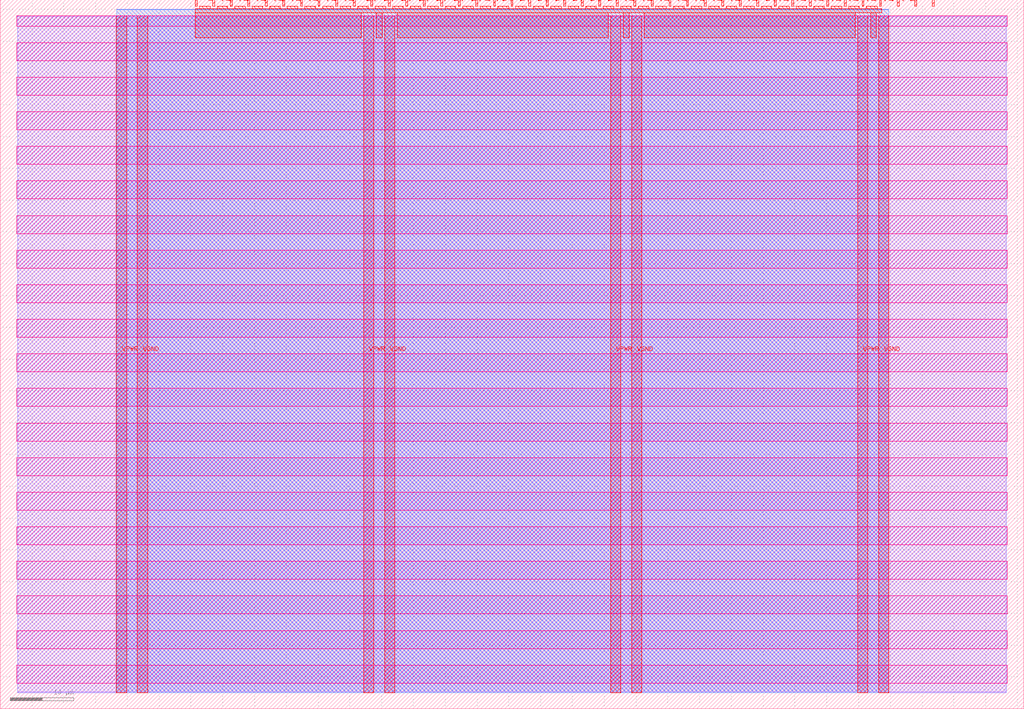
<source format=lef>
VERSION 5.7 ;
  NOWIREEXTENSIONATPIN ON ;
  DIVIDERCHAR "/" ;
  BUSBITCHARS "[]" ;
MACRO tt_um_wokwi_408118380088342529
  CLASS BLOCK ;
  FOREIGN tt_um_wokwi_408118380088342529 ;
  ORIGIN 0.000 0.000 ;
  SIZE 161.000 BY 111.520 ;
  PIN VGND
    DIRECTION INOUT ;
    USE GROUND ;
    PORT
      LAYER met4 ;
        RECT 21.580 2.480 23.180 109.040 ;
    END
    PORT
      LAYER met4 ;
        RECT 60.450 2.480 62.050 109.040 ;
    END
    PORT
      LAYER met4 ;
        RECT 99.320 2.480 100.920 109.040 ;
    END
    PORT
      LAYER met4 ;
        RECT 138.190 2.480 139.790 109.040 ;
    END
  END VGND
  PIN VPWR
    DIRECTION INOUT ;
    USE POWER ;
    PORT
      LAYER met4 ;
        RECT 18.280 2.480 19.880 109.040 ;
    END
    PORT
      LAYER met4 ;
        RECT 57.150 2.480 58.750 109.040 ;
    END
    PORT
      LAYER met4 ;
        RECT 96.020 2.480 97.620 109.040 ;
    END
    PORT
      LAYER met4 ;
        RECT 134.890 2.480 136.490 109.040 ;
    END
  END VPWR
  PIN clk
    DIRECTION INPUT ;
    USE SIGNAL ;
    PORT
      LAYER met4 ;
        RECT 143.830 110.520 144.130 111.520 ;
    END
  END clk
  PIN ena
    DIRECTION INPUT ;
    USE SIGNAL ;
    PORT
      LAYER met4 ;
        RECT 146.590 110.520 146.890 111.520 ;
    END
  END ena
  PIN rst_n
    DIRECTION INPUT ;
    USE SIGNAL ;
    PORT
      LAYER met4 ;
        RECT 141.070 110.520 141.370 111.520 ;
    END
  END rst_n
  PIN ui_in[0]
    DIRECTION INPUT ;
    USE SIGNAL ;
    ANTENNAGATEAREA 0.196500 ;
    PORT
      LAYER met4 ;
        RECT 138.310 110.520 138.610 111.520 ;
    END
  END ui_in[0]
  PIN ui_in[1]
    DIRECTION INPUT ;
    USE SIGNAL ;
    ANTENNAGATEAREA 0.196500 ;
    PORT
      LAYER met4 ;
        RECT 135.550 110.520 135.850 111.520 ;
    END
  END ui_in[1]
  PIN ui_in[2]
    DIRECTION INPUT ;
    USE SIGNAL ;
    PORT
      LAYER met4 ;
        RECT 132.790 110.520 133.090 111.520 ;
    END
  END ui_in[2]
  PIN ui_in[3]
    DIRECTION INPUT ;
    USE SIGNAL ;
    PORT
      LAYER met4 ;
        RECT 130.030 110.520 130.330 111.520 ;
    END
  END ui_in[3]
  PIN ui_in[4]
    DIRECTION INPUT ;
    USE SIGNAL ;
    PORT
      LAYER met4 ;
        RECT 127.270 110.520 127.570 111.520 ;
    END
  END ui_in[4]
  PIN ui_in[5]
    DIRECTION INPUT ;
    USE SIGNAL ;
    PORT
      LAYER met4 ;
        RECT 124.510 110.520 124.810 111.520 ;
    END
  END ui_in[5]
  PIN ui_in[6]
    DIRECTION INPUT ;
    USE SIGNAL ;
    PORT
      LAYER met4 ;
        RECT 121.750 110.520 122.050 111.520 ;
    END
  END ui_in[6]
  PIN ui_in[7]
    DIRECTION INPUT ;
    USE SIGNAL ;
    PORT
      LAYER met4 ;
        RECT 118.990 110.520 119.290 111.520 ;
    END
  END ui_in[7]
  PIN uio_in[0]
    DIRECTION INPUT ;
    USE SIGNAL ;
    PORT
      LAYER met4 ;
        RECT 116.230 110.520 116.530 111.520 ;
    END
  END uio_in[0]
  PIN uio_in[1]
    DIRECTION INPUT ;
    USE SIGNAL ;
    PORT
      LAYER met4 ;
        RECT 113.470 110.520 113.770 111.520 ;
    END
  END uio_in[1]
  PIN uio_in[2]
    DIRECTION INPUT ;
    USE SIGNAL ;
    PORT
      LAYER met4 ;
        RECT 110.710 110.520 111.010 111.520 ;
    END
  END uio_in[2]
  PIN uio_in[3]
    DIRECTION INPUT ;
    USE SIGNAL ;
    PORT
      LAYER met4 ;
        RECT 107.950 110.520 108.250 111.520 ;
    END
  END uio_in[3]
  PIN uio_in[4]
    DIRECTION INPUT ;
    USE SIGNAL ;
    PORT
      LAYER met4 ;
        RECT 105.190 110.520 105.490 111.520 ;
    END
  END uio_in[4]
  PIN uio_in[5]
    DIRECTION INPUT ;
    USE SIGNAL ;
    PORT
      LAYER met4 ;
        RECT 102.430 110.520 102.730 111.520 ;
    END
  END uio_in[5]
  PIN uio_in[6]
    DIRECTION INPUT ;
    USE SIGNAL ;
    PORT
      LAYER met4 ;
        RECT 99.670 110.520 99.970 111.520 ;
    END
  END uio_in[6]
  PIN uio_in[7]
    DIRECTION INPUT ;
    USE SIGNAL ;
    PORT
      LAYER met4 ;
        RECT 96.910 110.520 97.210 111.520 ;
    END
  END uio_in[7]
  PIN uio_oe[0]
    DIRECTION OUTPUT ;
    USE SIGNAL ;
    ANTENNADIFFAREA 0.445500 ;
    PORT
      LAYER met4 ;
        RECT 49.990 110.520 50.290 111.520 ;
    END
  END uio_oe[0]
  PIN uio_oe[1]
    DIRECTION OUTPUT ;
    USE SIGNAL ;
    ANTENNADIFFAREA 0.445500 ;
    PORT
      LAYER met4 ;
        RECT 47.230 110.520 47.530 111.520 ;
    END
  END uio_oe[1]
  PIN uio_oe[2]
    DIRECTION OUTPUT ;
    USE SIGNAL ;
    ANTENNADIFFAREA 0.445500 ;
    PORT
      LAYER met4 ;
        RECT 44.470 110.520 44.770 111.520 ;
    END
  END uio_oe[2]
  PIN uio_oe[3]
    DIRECTION OUTPUT ;
    USE SIGNAL ;
    ANTENNADIFFAREA 0.445500 ;
    PORT
      LAYER met4 ;
        RECT 41.710 110.520 42.010 111.520 ;
    END
  END uio_oe[3]
  PIN uio_oe[4]
    DIRECTION OUTPUT ;
    USE SIGNAL ;
    ANTENNADIFFAREA 0.445500 ;
    PORT
      LAYER met4 ;
        RECT 38.950 110.520 39.250 111.520 ;
    END
  END uio_oe[4]
  PIN uio_oe[5]
    DIRECTION OUTPUT ;
    USE SIGNAL ;
    ANTENNADIFFAREA 0.445500 ;
    PORT
      LAYER met4 ;
        RECT 36.190 110.520 36.490 111.520 ;
    END
  END uio_oe[5]
  PIN uio_oe[6]
    DIRECTION OUTPUT ;
    USE SIGNAL ;
    ANTENNADIFFAREA 0.445500 ;
    PORT
      LAYER met4 ;
        RECT 33.430 110.520 33.730 111.520 ;
    END
  END uio_oe[6]
  PIN uio_oe[7]
    DIRECTION OUTPUT ;
    USE SIGNAL ;
    ANTENNADIFFAREA 0.445500 ;
    PORT
      LAYER met4 ;
        RECT 30.670 110.520 30.970 111.520 ;
    END
  END uio_oe[7]
  PIN uio_out[0]
    DIRECTION OUTPUT ;
    USE SIGNAL ;
    ANTENNADIFFAREA 0.445500 ;
    PORT
      LAYER met4 ;
        RECT 72.070 110.520 72.370 111.520 ;
    END
  END uio_out[0]
  PIN uio_out[1]
    DIRECTION OUTPUT ;
    USE SIGNAL ;
    ANTENNADIFFAREA 0.445500 ;
    PORT
      LAYER met4 ;
        RECT 69.310 110.520 69.610 111.520 ;
    END
  END uio_out[1]
  PIN uio_out[2]
    DIRECTION OUTPUT ;
    USE SIGNAL ;
    ANTENNADIFFAREA 0.445500 ;
    PORT
      LAYER met4 ;
        RECT 66.550 110.520 66.850 111.520 ;
    END
  END uio_out[2]
  PIN uio_out[3]
    DIRECTION OUTPUT ;
    USE SIGNAL ;
    ANTENNADIFFAREA 0.445500 ;
    PORT
      LAYER met4 ;
        RECT 63.790 110.520 64.090 111.520 ;
    END
  END uio_out[3]
  PIN uio_out[4]
    DIRECTION OUTPUT ;
    USE SIGNAL ;
    ANTENNADIFFAREA 0.445500 ;
    PORT
      LAYER met4 ;
        RECT 61.030 110.520 61.330 111.520 ;
    END
  END uio_out[4]
  PIN uio_out[5]
    DIRECTION OUTPUT ;
    USE SIGNAL ;
    ANTENNADIFFAREA 0.445500 ;
    PORT
      LAYER met4 ;
        RECT 58.270 110.520 58.570 111.520 ;
    END
  END uio_out[5]
  PIN uio_out[6]
    DIRECTION OUTPUT ;
    USE SIGNAL ;
    ANTENNADIFFAREA 0.445500 ;
    PORT
      LAYER met4 ;
        RECT 55.510 110.520 55.810 111.520 ;
    END
  END uio_out[6]
  PIN uio_out[7]
    DIRECTION OUTPUT ;
    USE SIGNAL ;
    ANTENNADIFFAREA 0.445500 ;
    PORT
      LAYER met4 ;
        RECT 52.750 110.520 53.050 111.520 ;
    END
  END uio_out[7]
  PIN uo_out[0]
    DIRECTION OUTPUT ;
    USE SIGNAL ;
    ANTENNADIFFAREA 0.445500 ;
    PORT
      LAYER met4 ;
        RECT 94.150 110.520 94.450 111.520 ;
    END
  END uo_out[0]
  PIN uo_out[1]
    DIRECTION OUTPUT ;
    USE SIGNAL ;
    ANTENNADIFFAREA 0.445500 ;
    PORT
      LAYER met4 ;
        RECT 91.390 110.520 91.690 111.520 ;
    END
  END uo_out[1]
  PIN uo_out[2]
    DIRECTION OUTPUT ;
    USE SIGNAL ;
    ANTENNADIFFAREA 0.445500 ;
    PORT
      LAYER met4 ;
        RECT 88.630 110.520 88.930 111.520 ;
    END
  END uo_out[2]
  PIN uo_out[3]
    DIRECTION OUTPUT ;
    USE SIGNAL ;
    ANTENNADIFFAREA 0.445500 ;
    PORT
      LAYER met4 ;
        RECT 85.870 110.520 86.170 111.520 ;
    END
  END uo_out[3]
  PIN uo_out[4]
    DIRECTION OUTPUT ;
    USE SIGNAL ;
    ANTENNADIFFAREA 0.445500 ;
    PORT
      LAYER met4 ;
        RECT 83.110 110.520 83.410 111.520 ;
    END
  END uo_out[4]
  PIN uo_out[5]
    DIRECTION OUTPUT ;
    USE SIGNAL ;
    ANTENNADIFFAREA 0.445500 ;
    PORT
      LAYER met4 ;
        RECT 80.350 110.520 80.650 111.520 ;
    END
  END uo_out[5]
  PIN uo_out[6]
    DIRECTION OUTPUT ;
    USE SIGNAL ;
    ANTENNADIFFAREA 0.445500 ;
    PORT
      LAYER met4 ;
        RECT 77.590 110.520 77.890 111.520 ;
    END
  END uo_out[6]
  PIN uo_out[7]
    DIRECTION OUTPUT ;
    USE SIGNAL ;
    ANTENNADIFFAREA 0.795200 ;
    PORT
      LAYER met4 ;
        RECT 74.830 110.520 75.130 111.520 ;
    END
  END uo_out[7]
  OBS
      LAYER nwell ;
        RECT 2.570 107.385 158.430 108.990 ;
        RECT 2.570 101.945 158.430 104.775 ;
        RECT 2.570 96.505 158.430 99.335 ;
        RECT 2.570 91.065 158.430 93.895 ;
        RECT 2.570 85.625 158.430 88.455 ;
        RECT 2.570 80.185 158.430 83.015 ;
        RECT 2.570 74.745 158.430 77.575 ;
        RECT 2.570 69.305 158.430 72.135 ;
        RECT 2.570 63.865 158.430 66.695 ;
        RECT 2.570 58.425 158.430 61.255 ;
        RECT 2.570 52.985 158.430 55.815 ;
        RECT 2.570 47.545 158.430 50.375 ;
        RECT 2.570 42.105 158.430 44.935 ;
        RECT 2.570 36.665 158.430 39.495 ;
        RECT 2.570 31.225 158.430 34.055 ;
        RECT 2.570 25.785 158.430 28.615 ;
        RECT 2.570 20.345 158.430 23.175 ;
        RECT 2.570 14.905 158.430 17.735 ;
        RECT 2.570 9.465 158.430 12.295 ;
        RECT 2.570 4.025 158.430 6.855 ;
      LAYER li1 ;
        RECT 2.760 2.635 158.240 108.885 ;
      LAYER met1 ;
        RECT 2.760 2.480 158.240 109.040 ;
      LAYER met2 ;
        RECT 18.310 2.535 139.760 110.005 ;
      LAYER met3 ;
        RECT 18.290 2.555 139.780 109.985 ;
      LAYER met4 ;
        RECT 31.370 110.120 33.030 110.520 ;
        RECT 34.130 110.120 35.790 110.520 ;
        RECT 36.890 110.120 38.550 110.520 ;
        RECT 39.650 110.120 41.310 110.520 ;
        RECT 42.410 110.120 44.070 110.520 ;
        RECT 45.170 110.120 46.830 110.520 ;
        RECT 47.930 110.120 49.590 110.520 ;
        RECT 50.690 110.120 52.350 110.520 ;
        RECT 53.450 110.120 55.110 110.520 ;
        RECT 56.210 110.120 57.870 110.520 ;
        RECT 58.970 110.120 60.630 110.520 ;
        RECT 61.730 110.120 63.390 110.520 ;
        RECT 64.490 110.120 66.150 110.520 ;
        RECT 67.250 110.120 68.910 110.520 ;
        RECT 70.010 110.120 71.670 110.520 ;
        RECT 72.770 110.120 74.430 110.520 ;
        RECT 75.530 110.120 77.190 110.520 ;
        RECT 78.290 110.120 79.950 110.520 ;
        RECT 81.050 110.120 82.710 110.520 ;
        RECT 83.810 110.120 85.470 110.520 ;
        RECT 86.570 110.120 88.230 110.520 ;
        RECT 89.330 110.120 90.990 110.520 ;
        RECT 92.090 110.120 93.750 110.520 ;
        RECT 94.850 110.120 96.510 110.520 ;
        RECT 97.610 110.120 99.270 110.520 ;
        RECT 100.370 110.120 102.030 110.520 ;
        RECT 103.130 110.120 104.790 110.520 ;
        RECT 105.890 110.120 107.550 110.520 ;
        RECT 108.650 110.120 110.310 110.520 ;
        RECT 111.410 110.120 113.070 110.520 ;
        RECT 114.170 110.120 115.830 110.520 ;
        RECT 116.930 110.120 118.590 110.520 ;
        RECT 119.690 110.120 121.350 110.520 ;
        RECT 122.450 110.120 124.110 110.520 ;
        RECT 125.210 110.120 126.870 110.520 ;
        RECT 127.970 110.120 129.630 110.520 ;
        RECT 130.730 110.120 132.390 110.520 ;
        RECT 133.490 110.120 135.150 110.520 ;
        RECT 136.250 110.120 137.910 110.520 ;
        RECT 30.655 109.440 138.625 110.120 ;
        RECT 30.655 105.575 56.750 109.440 ;
        RECT 59.150 105.575 60.050 109.440 ;
        RECT 62.450 105.575 95.620 109.440 ;
        RECT 98.020 105.575 98.920 109.440 ;
        RECT 101.320 105.575 134.490 109.440 ;
        RECT 136.890 105.575 137.790 109.440 ;
  END
END tt_um_wokwi_408118380088342529
END LIBRARY


</source>
